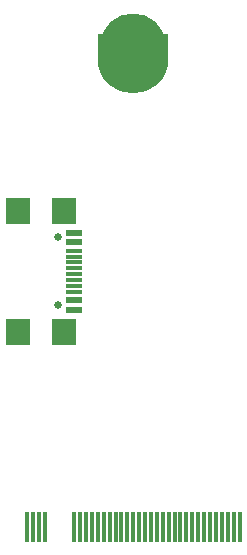
<source format=gbs>
G04 #@! TF.GenerationSoftware,KiCad,Pcbnew,9.0.0+1*
G04 #@! TF.CreationDate,2025-04-09T20:19:07+02:00*
G04 #@! TF.ProjectId,P4_M.2_B+M-key,50345f4d-2e32-45f4-922b-4d2d6b65792e,rev?*
G04 #@! TF.SameCoordinates,Original*
G04 #@! TF.FileFunction,Soldermask,Bot*
G04 #@! TF.FilePolarity,Negative*
%FSLAX46Y46*%
G04 Gerber Fmt 4.6, Leading zero omitted, Abs format (unit mm)*
G04 Created by KiCad (PCBNEW 9.0.0+1) date 2025-04-09 20:19:07*
%MOMM*%
%LPD*%
G01*
G04 APERTURE LIST*
%ADD10R,0.350000X2.500000*%
%ADD11C,5.500000*%
%ADD12R,6.000000X2.000000*%
%ADD13C,6.000000*%
%ADD14C,0.650000*%
%ADD15R,1.450000X0.600000*%
%ADD16R,1.450000X0.300000*%
%ADD17R,2.000000X2.180000*%
G04 APERTURE END LIST*
D10*
G04 #@! TO.C,U4*
X157501100Y-124753600D03*
X157001100Y-124753600D03*
X156501100Y-124753600D03*
X156001100Y-124753600D03*
X155501100Y-124753600D03*
X155001100Y-124753600D03*
X154501100Y-124753600D03*
X154001100Y-124753600D03*
X153501100Y-124753600D03*
X153001100Y-124753600D03*
X152501100Y-124753600D03*
X152001100Y-124753600D03*
X151501100Y-124753600D03*
X151001100Y-124753600D03*
X150501100Y-124753600D03*
X150001100Y-124753600D03*
X149501100Y-124753600D03*
X149001100Y-124753600D03*
X148501100Y-124753600D03*
X148001100Y-124753600D03*
X147501100Y-124753600D03*
X147001100Y-124753600D03*
X146501100Y-124753600D03*
X146001100Y-124753600D03*
X145501100Y-124753600D03*
X145001100Y-124753600D03*
X144501100Y-124753600D03*
X144001100Y-124753600D03*
X143501100Y-124753600D03*
X141001100Y-124753600D03*
X140501100Y-124753600D03*
X140001100Y-124753600D03*
X139501100Y-124753600D03*
D11*
X148501100Y-84003600D03*
D12*
X148501100Y-84003600D03*
D13*
X148501100Y-85003600D03*
G04 #@! TD*
D14*
G04 #@! TO.C,J2*
X142150000Y-105990000D03*
X142150000Y-100210000D03*
D15*
X143450000Y-106350000D03*
X143450000Y-105550000D03*
D16*
X143450000Y-104350000D03*
X143450000Y-103350000D03*
X143450000Y-102850000D03*
X143450000Y-101850000D03*
D15*
X143450000Y-100650000D03*
X143450000Y-99850000D03*
X143450000Y-99850000D03*
X143450000Y-100650000D03*
D16*
X143450000Y-101350000D03*
X143450000Y-102350000D03*
X143450000Y-103850000D03*
X143450000Y-104850000D03*
D15*
X143450000Y-105550000D03*
X143450000Y-106350000D03*
D17*
X138720000Y-108210000D03*
X142650000Y-108210000D03*
X138720000Y-97990000D03*
X142650000Y-97990000D03*
G04 #@! TD*
M02*

</source>
